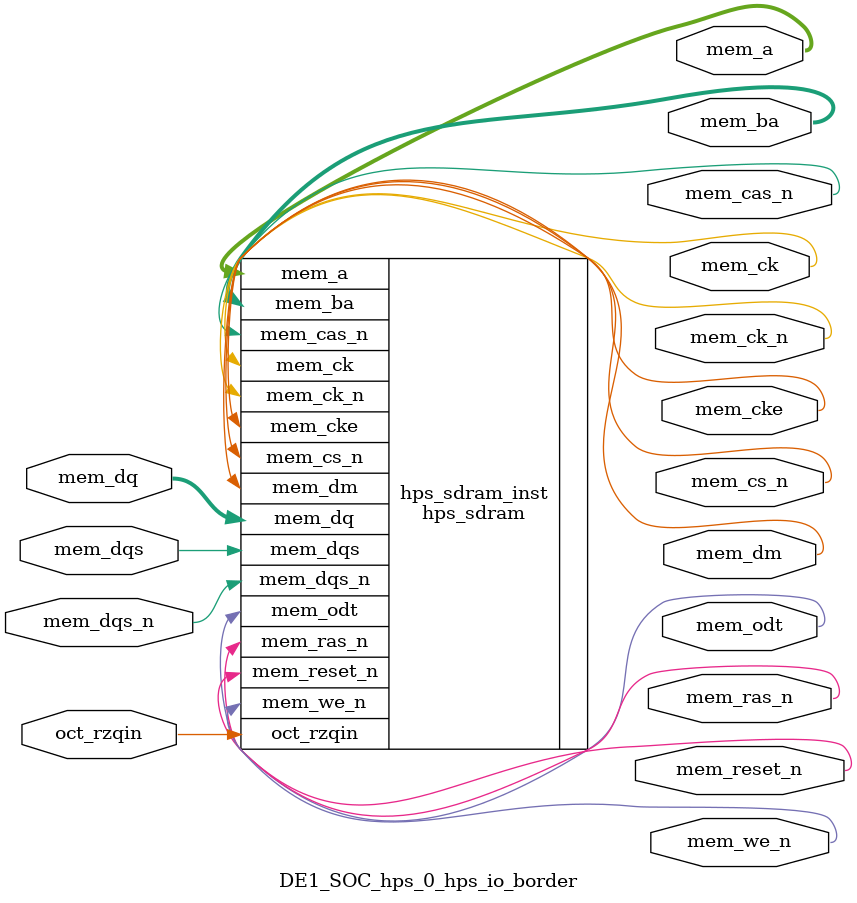
<source format=sv>


module DE1_SOC_hps_0_hps_io_border(
// memory
  output wire [13 - 1 : 0 ] mem_a
 ,output wire [3 - 1 : 0 ] mem_ba
 ,output wire [1 - 1 : 0 ] mem_ck
 ,output wire [1 - 1 : 0 ] mem_ck_n
 ,output wire [1 - 1 : 0 ] mem_cke
 ,output wire [1 - 1 : 0 ] mem_cs_n
 ,output wire [1 - 1 : 0 ] mem_ras_n
 ,output wire [1 - 1 : 0 ] mem_cas_n
 ,output wire [1 - 1 : 0 ] mem_we_n
 ,output wire [1 - 1 : 0 ] mem_reset_n
 ,inout wire [8 - 1 : 0 ] mem_dq
 ,inout wire [1 - 1 : 0 ] mem_dqs
 ,inout wire [1 - 1 : 0 ] mem_dqs_n
 ,output wire [1 - 1 : 0 ] mem_odt
 ,output wire [1 - 1 : 0 ] mem_dm
 ,input wire [1 - 1 : 0 ] oct_rzqin
);


hps_sdram hps_sdram_inst(
 .mem_dq({
    mem_dq[7:0] // 7:0
  })
,.mem_odt({
    mem_odt[0:0] // 0:0
  })
,.mem_ras_n({
    mem_ras_n[0:0] // 0:0
  })
,.mem_dqs_n({
    mem_dqs_n[0:0] // 0:0
  })
,.mem_dqs({
    mem_dqs[0:0] // 0:0
  })
,.mem_dm({
    mem_dm[0:0] // 0:0
  })
,.mem_we_n({
    mem_we_n[0:0] // 0:0
  })
,.mem_cas_n({
    mem_cas_n[0:0] // 0:0
  })
,.mem_ba({
    mem_ba[2:0] // 2:0
  })
,.mem_a({
    mem_a[12:0] // 12:0
  })
,.mem_cs_n({
    mem_cs_n[0:0] // 0:0
  })
,.mem_ck({
    mem_ck[0:0] // 0:0
  })
,.mem_cke({
    mem_cke[0:0] // 0:0
  })
,.oct_rzqin({
    oct_rzqin[0:0] // 0:0
  })
,.mem_reset_n({
    mem_reset_n[0:0] // 0:0
  })
,.mem_ck_n({
    mem_ck_n[0:0] // 0:0
  })
);

endmodule


</source>
